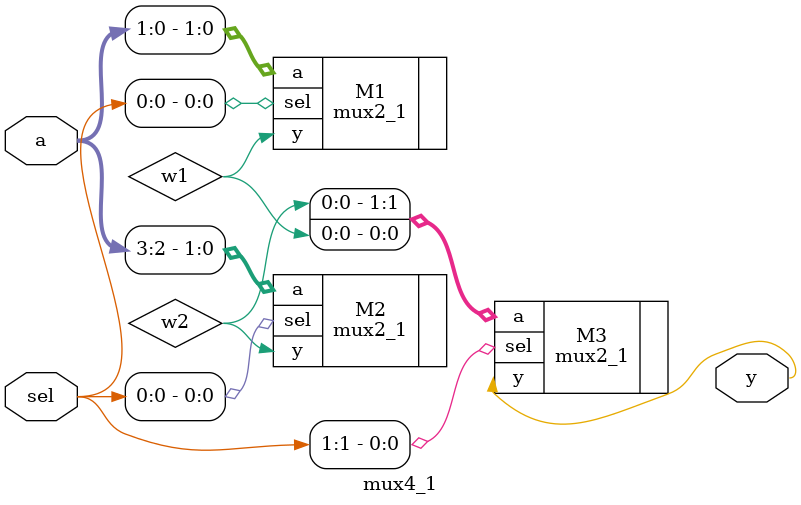
<source format=v>
module mux4_1(a,
              sel,
              y);

  input [3:0] a;	
  input [1:0] sel;
  output y;
  
  wire w1, w2;

  mux2_1 M1(.a(a[1:0]), .sel(sel[0]), .y(w1));
  mux2_1 M2(.a(a[3:2]), .sel(sel[0]), .y(w2));
  mux2_1 M3(.a({w2,w1}), .sel(sel[1]), .y(y));

endmodule
</source>
